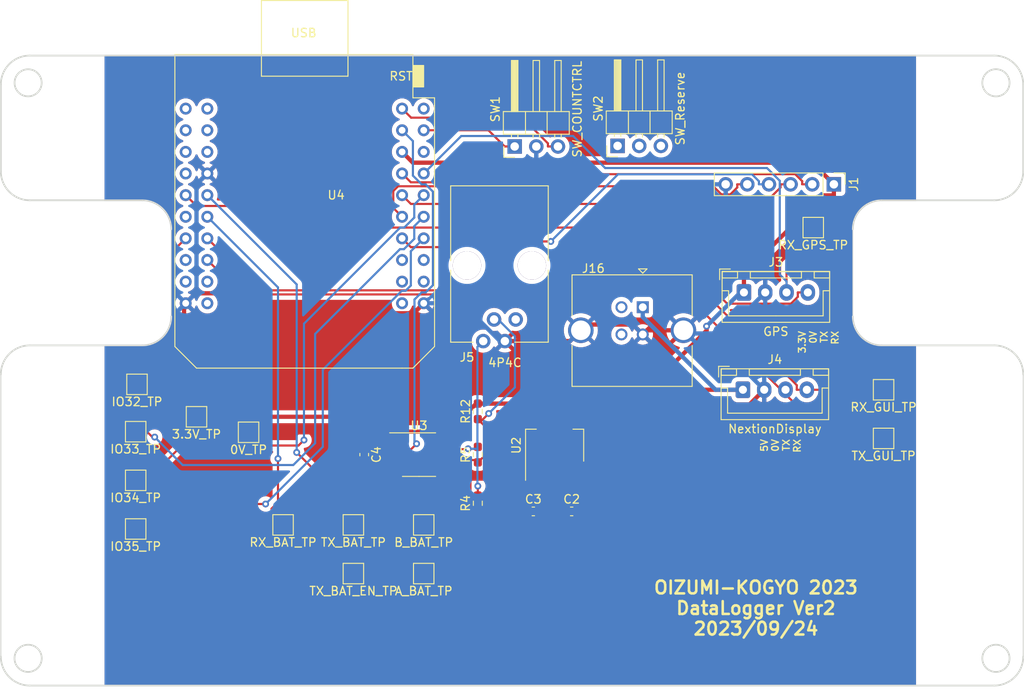
<source format=kicad_pcb>
(kicad_pcb (version 20221018) (generator pcbnew)
  (layers (0 "F.Cu" signal) (31 "B.Cu" signal) (34 "B.Paste" user) (35 "F.Paste" user) (36 "B.SilkS" user "B.Silkscreen") (37 "F.SilkS" user "F.Silkscreen") (38 "B.Mask" user) (39 "F.Mask" user) (44 "Edge.Cuts" user))
  (net 0 "")
  (net 1 "+5V")
  (net 2 "Net-(J21-Pin_1)")
  (net 3 "Net-(J8-Pin_1)")
  (net 4 "Net-(J9-Pin_1)")
  (net 5 "Net-(J10-Pin_1)")
  (net 6 "Net-(J11-Pin_1)")
  (net 8 "+3V3")
  (net 9 "SPI_MOSI")
  (net 10 "SPI_CLK")
  (net 11 "SPI_MISO")
  (net 13 "RX_GPS")
  (net 14 "TX_GUI")
  (net 25 "Net-(SW1-C)")
  (net 26 "RX_BAT")
  (net 27 "TX_BAT")
  (net 29 "Net-(SW1-A)")
  (net 34 "TX_GPS")
  (net 37 "RX_GUI")
  (net 38 "SPI_CS")
  (net 42 "TX_BAT_EN")
  (net 43 "GND")
  (net 44 "Net-(J22-Pin_1)")
  (footprint "Capacitor_SMD:C_0603_1608Metric_Pad1.08x0.95mm_HandSolder" (layer "F.Cu") (at 140.5 107)
    (fp_text reference "C3" (at 0 -1.43) (layer "F.SilkS"))
    (fp_text value "10u")
    (pad "1" smd roundrect (at -0.8625 0) (size 1.075 0.95) (layers "F.Cu" "F.Paste" "F.Mask") (net 8 "+3V3"))
    (pad "2" smd roundrect (at 0.8625 0) (size 1.075 0.95) (layers "F.Cu" "F.Paste" "F.Mask") (net 43 "GND"))
  )
  (footprint "TestPoint:TestPoint_Pad_2.0x2.0mm" (layer "F.Cu") (at 100.965 95.885)
    (fp_text reference "J2" hide)
    (fp_text value "3.3V_TP" (at 0 2.05) (layer "F.SilkS"))
    (pad "1" smd rect (at 0 0) (size 2 2) (layers "F.Cu" "F.Mask") (net 8 "+3V3"))
  )
  (footprint "Resistor_SMD:R_0603_1608Metric_Pad0.98x0.95mm_HandSolder" (layer "F.Cu") (at 133.985 106.045 90)
    (fp_text reference "R4" (at 0 -1.43 90) (layer "F.SilkS"))
    (fp_text value "10K")
    (pad "1" smd roundrect (at -0.9125 0 90) (size 0.975 0.95) (layers "F.Cu" "F.Paste" "F.Mask") (net 43 "GND"))
    (pad "2" smd roundrect (at 0.9125 0 90) (size 0.975 0.95) (layers "F.Cu" "F.Paste" "F.Mask") (net 2 "Net-(J21-Pin_1)"))
  )
  (footprint "TestPoint:TestPoint_Pad_2.0x2.0mm" (layer "F.Cu") (at 173.355 73.66)
    (fp_text reference "J17" hide)
    (fp_text value "RX_GPS_TP" (at 0 2.05) (layer "F.SilkS"))
    (pad "1" smd rect (at 0 0) (size 2 2) (layers "F.Cu" "F.Mask") (net 13 "RX_GPS"))
  )
  (footprint "Capacitor_SMD:C_0603_1608Metric_Pad1.08x0.95mm_HandSolder" (layer "F.Cu") (at 120.65 100.33 -90)
    (fp_text reference "C4" (at 0 -1.43 90) (layer "F.SilkS"))
    (fp_text value "1u")
    (pad "1" smd roundrect (at -0.8625 0 270) (size 1.075 0.95) (layers "F.Cu" "F.Paste" "F.Mask") (net 8 "+3V3"))
    (pad "2" smd roundrect (at 0.8625 0 270) (size 1.075 0.95) (layers "F.Cu" "F.Paste" "F.Mask") (net 43 "GND"))
  )
  (footprint "TestPoint:TestPoint_Pad_2.0x2.0mm" (layer "F.Cu") (at 127.635 108.585)
    (fp_text reference "J21" hide)
    (fp_text value "B_BAT_TP" (at 0 2.05) (layer "F.SilkS"))
    (pad "1" smd rect (at 0 0) (size 2 2) (layers "F.Cu" "F.Mask") (net 2 "Net-(J21-Pin_1)"))
  )
  (footprint "TestPoint:TestPoint_Pad_2.0x2.0mm" (layer "F.Cu") (at 119.38 108.585)
    (fp_text reference "J25" hide)
    (fp_text value "TX_BAT_TP" (at 0 2.05) (layer "F.SilkS"))
    (pad "1" smd rect (at 0 0) (size 2 2) (layers "F.Cu" "F.Mask") (net 27 "TX_BAT"))
  )
  (footprint "TestPoint:TestPoint_Pad_2.0x2.0mm" (layer "F.Cu") (at 93.825 103.35)
    (fp_text reference "J10" hide)
    (fp_text value "IO34_TP" (at 0 2.05) (layer "F.SilkS"))
    (pad "1" smd rect (at 0 0) (size 2 2) (layers "F.Cu" "F.Mask") (net 5 "Net-(J10-Pin_1)"))
  )
  (footprint "Connector_PinHeader_2.54mm:PinHeader_1x03_P2.54mm_Horizontal" (layer "F.Cu") (at 150.3904 64.065 90)
    (fp_text reference "SW2" (at 4.385 -2.27 90) (layer "F.SilkS"))
    (fp_text value "SW_Reserve" (at 4.385 7.35 90) (layer "F.SilkS"))
    (pad "1" thru_hole rect (at 0 0 90) (size 1.7 1.7) (drill 1) (layers "*.Cu" "*.Mask"))
    (pad "2" thru_hole oval (at 0 2.54 90) (size 1.7 1.7) (drill 1) (layers "*.Cu" "*.Mask"))
    (pad "3" thru_hole oval (at 0 5.08 90) (size 1.7 1.7) (drill 1) (layers "*.Cu" "*.Mask"))
  )
  (footprint "TestPoint:TestPoint_Pad_2.0x2.0mm" (layer "F.Cu") (at 93.98 92.075)
    (fp_text reference "J8" hide)
    (fp_text value "IO32_TP" (at 0 2.05) (layer "F.SilkS"))
    (pad "1" smd rect (at 0 0) (size 2 2) (layers "F.Cu" "F.Mask") (net 3 "Net-(J8-Pin_1)"))
  )
  (footprint "TestPoint:TestPoint_Pad_2.0x2.0mm" (layer "F.Cu") (at 93.825 109.065)
    (fp_text reference "J11" hide)
    (fp_text value "IO35_TP" (at 0 2.05) (layer "F.SilkS"))
    (pad "1" smd rect (at 0 0) (size 2 2) (layers "F.Cu" "F.Mask") (net 6 "Net-(J11-Pin_1)"))
  )
  (footprint "TestPoint:TestPoint_Pad_2.0x2.0mm" (layer "F.Cu") (at 127.635 114.3)
    (fp_text reference "J22" hide)
    (fp_text value "A_BAT_TP" (at 0 2.05) (layer "F.SilkS"))
    (pad "1" smd rect (at 0 0) (size 2 2) (layers "F.Cu" "F.Mask") (net 44 "Net-(J22-Pin_1)"))
  )
  (footprint "Connector_JST:JST_XH_B4B-XH-A_1x04_P2.50mm_Vertical" (layer "F.Cu") (at 165.22 81.28)
    (fp_text reference "J3" (at 3.75 -3.55) (layer "F.SilkS"))
    (fp_text value "GPS" (at 3.75 4.6) (layer "F.SilkS"))
    (pad "1" thru_hole roundrect (at 0 0) (size 1.7 1.95) (drill 0.95) (layers "*.Cu" "*.Mask") (roundrect_rratio 0.1470588235) (net 8 "+3V3"))
    (pad "2" thru_hole oval (at 2.5 0) (size 1.7 1.95) (drill 0.95) (layers "*.Cu" "*.Mask") (net 43 "GND"))
    (pad "3" thru_hole oval (at 5 0) (size 1.7 1.95) (drill 0.95) (layers "*.Cu" "*.Mask") (net 13 "RX_GPS"))
    (pad "4" thru_hole oval (at 7.5 0) (size 1.7 1.95) (drill 0.95) (layers "*.Cu" "*.Mask") (net 34 "TX_GPS"))
  )
  (footprint "Package_TO_SOT_SMD:SOT-223-3_TabPin2" (layer "F.Cu") (at 143 99.25 90)
    (fp_text reference "U2" (at 0 -4.5 90) (layer "F.SilkS"))
    (fp_text value "AMS1117-3.3")
    (pad "1" smd rect (at -3.15 -2.3 90) (size 2 1.5) (layers "F.Cu" "F.Paste" "F.Mask") (net 43 "GND"))
    (pad "2" smd rect (at -3.15 0 90) (size 2 1.5) (layers "F.Cu" "F.Paste" "F.Mask") (net 8 "+3V3"))
    (pad "2" smd rect (at 3.15 0 90) (size 2 3.8) (layers "F.Cu" "F.Paste" "F.Mask") (net 8 "+3V3"))
    (pad "3" smd rect (at -3.15 2.3 90) (size 2 1.5) (layers "F.Cu" "F.Paste" "F.Mask") (net 1 "+5V"))
  )
  (footprint "TestPoint:TestPoint_Pad_2.0x2.0mm" (layer "F.Cu") (at 111.125 108.585)
    (fp_text reference "J23" hide)
    (fp_text value "RX_BAT_TP" (at 0 2.05) (layer "F.SilkS"))
    (pad "1" smd rect (at 0 0) (size 2 2) (layers "F.Cu" "F.Mask") (net 26 "RX_BAT"))
  )
  (footprint "Connector_PinHeader_2.54mm:PinHeader_1x06_P2.54mm_Vertical" (layer "F.Cu") (at 175.7754 68.58 -90)
    (fp_text reference "J1" (at 0 -2.33 90) (layer "F.SilkS"))
    (fp_text value "MicroSD")
    (pad "1" thru_hole rect (at 0 0 270) (size 1.7 1.7) (drill 1) (layers "*.Cu" "*.Mask") (net 8 "+3V3"))
    (pad "2" thru_hole oval (at 0 2.54 270) (size 1.7 1.7) (drill 1) (layers "*.Cu" "*.Mask") (net 38 "SPI_CS"))
    (pad "3" thru_hole oval (at 0 5.08 270) (size 1.7 1.7) (drill 1) (layers "*.Cu" "*.Mask") (net 9 "SPI_MOSI"))
    (pad "4" thru_hole oval (at 0 7.62 270) (size 1.7 1.7) (drill 1) (layers "*.Cu" "*.Mask") (net 10 "SPI_CLK"))
    (pad "5" thru_hole oval (at 0 10.16 270) (size 1.7 1.7) (drill 1) (layers "*.Cu" "*.Mask") (net 11 "SPI_MISO"))
    (pad "6" thru_hole oval (at 0 12.7 270) (size 1.7 1.7) (drill 1) (layers "*.Cu" "*.Mask") (net 43 "GND"))
  )
  (footprint "TestPoint:TestPoint_Pad_2.0x2.0mm" (layer "F.Cu") (at 181.61 98.425)
    (fp_text reference "J19" hide)
    (fp_text value "TX_GUI_TP" (at 0 2.05) (layer "F.SilkS"))
    (pad "1" smd rect (at 0 0) (size 2 2) (layers "F.Cu" "F.Mask") (net 14 "TX_GUI"))
  )
  (footprint "Connector_PinHeader_2.54mm:PinHeader_1x03_P2.54mm_Horizontal" (layer "F.Cu") (at 138.3104 64.135 90)
    (fp_text reference "SW1" (at 4.385 -2.27 90) (layer "F.SilkS"))
    (fp_text value "SW_COUNTCTRL" (at 4.385 7.35 90) (layer "F.SilkS"))
    (pad "1" thru_hole rect (at 0 0 90) (size 1.7 1.7) (drill 1) (layers "*.Cu" "*.Mask") (net 29 "Net-(SW1-A)"))
    (pad "2" thru_hole oval (at 0 2.54 90) (size 1.7 1.7) (drill 1) (layers "*.Cu" "*.Mask") (net 43 "GND"))
    (pad "3" thru_hole oval (at 0 5.08 90) (size 1.7 1.7) (drill 1) (layers "*.Cu" "*.Mask") (net 25 "Net-(SW1-C)"))
  )
  (footprint "Connector_JST:JST_XH_B4B-XH-A_1x04_P2.50mm_Vertical" (layer "F.Cu") (at 165.1 92.71)
    (fp_text reference "J4" (at 3.75 -3.55) (layer "F.SilkS"))
    (fp_text value "NextionDisplay" (at 3.75 4.6) (layer "F.SilkS"))
    (pad "1" thru_hole roundrect (at 0 0) (size 1.7 1.95) (drill 0.95) (layers "*.Cu" "*.Mask") (roundrect_rratio 0.1470588235) (net 1 "+5V"))
    (pad "2" thru_hole oval (at 2.5 0) (size 1.7 1.95) (drill 0.95) (layers "*.Cu" "*.Mask") (net 43 "GND"))
    (pad "3" thru_hole oval (at 5 0) (size 1.7 1.95) (drill 0.95) (layers "*.Cu" "*.Mask") (net 14 "TX_GUI"))
    (pad "4" thru_hole oval (at 7.5 0) (size 1.7 1.95) (drill 0.95) (layers "*.Cu" "*.Mask") (net 37 "RX_GUI"))
  )
  (footprint "TestPoint:TestPoint_Pad_2.0x2.0mm" (layer "F.Cu") (at 93.825 97.635)
    (fp_text reference "J9" hide)
    (fp_text value "IO33_TP" (at 0 2.05) (layer "F.SilkS"))
    (pad "1" smd rect (at 0 0) (size 2 2) (layers "F.Cu" "F.Mask") (net 4 "Net-(J9-Pin_1)"))
  )
  (footprint "Resistor_SMD:R_0603_1608Metric_Pad0.98x0.95mm_HandSolder" (layer "F.Cu") (at 133.985 100.33 90)
    (fp_text reference "R5" (at 0 -1.43 90) (layer "F.SilkS"))
    (fp_text value "100")
    (pad "1" smd roundrect (at -0.9125 0 90) (size 0.975 0.95) (layers "F.Cu" "F.Paste" "F.Mask") (net 44 "Net-(J22-Pin_1)"))
    (pad "2" smd roundrect (at 0.9125 0 90) (size 0.975 0.95) (layers "F.Cu" "F.Paste" "F.Mask") (net 2 "Net-(J21-Pin_1)"))
  )
  (footprint "ESP32_mini:ESP32_mini" (layer "F.Cu") (at 113.665 71.12 180)
    (fp_text reference "U4" (at -3.6904 1.27) (layer "F.SilkS"))
    (fp_text value "mini_esp32")
    (fp_text user "RST" (at -11.3104 15.24) (layer "F.SilkS"))
    (fp_text user "USB" (at 0.1196 20.32) (layer "F.SilkS"))
    (pad "1" thru_hole circle (at -13.97 -11.43 90) (size 1.4 1.4) (drill 0.8) (layers "*.Cu" "*.Mask") (net 43 "GND"))
    (pad "2" thru_hole circle (at -11.43 -11.43 90) (size 1.4 1.4) (drill 0.8) (layers "*.Cu" "*.Mask"))
    (pad "3" thru_hole circle (at -13.97 -8.89 90) (size 1.4 1.4) (drill 0.8) (layers "*.Cu" "*.Mask"))
    (pad "4" thru_hole circle (at -11.43 -8.89 90) (size 1.4 1.4) (drill 0.8) (layers "*.Cu" "*.Mask"))
    (pad "5" thru_hole circle (at -13.97 -6.35 90) (size 1.4 1.4) (drill 0.8) (layers "*.Cu" "*.Mask"))
    (pad "6" thru_hole circle (at -11.43 -6.35 90) (size 1.4 1.4) (drill 0.8) (layers "*.Cu" "*.Mask"))
    (pad "7" thru_hole circle (at -13.97 -3.81 90) (size 1.4 1.4) (drill 0.8) (layers "*.Cu" "*.Mask") (net 6 "Net-(J11-Pin_1)"))
    (pad "8" thru_hole circle (at -11.43 -3.81 90) (size 1.4 1.4) (drill 0.8) (layers "*.Cu" "*.Mask") (net 10 "SPI_CLK"))
    (pad "9" thru_hole circle (at -13.97 -1.27 90) (size 1.4 1.4) (drill 0.8) (layers "*.Cu" "*.Mask") (net 4 "Net-(J9-Pin_1)"))
    (pad "10" thru_hole circle (at -11.43 -1.27 90) (size 1.4 1.4) (drill 0.8) (layers "*.Cu" "*.Mask") (net 11 "SPI_MISO"))
    (pad "11" thru_hole circle (at -13.97 1.27 90) (size 1.4 1.4) (drill 0.8) (layers "*.Cu" "*.Mask") (net 5 "Net-(J10-Pin_1)"))
    (pad "12" thru_hole circle (at -11.43 1.27 90) (size 1.4 1.4) (drill 0.8) (layers "*.Cu" "*.Mask") (net 9 "SPI_MOSI"))
    (pad "13" thru_hole circle (at -13.97 3.81 90) (size 1.4 1.4) (drill 0.8) (layers "*.Cu" "*.Mask") (net 13 "RX_GPS"))
    (pad "14" thru_hole circle (at -11.43 3.81 90) (size 1.4 1.4) (drill 0.8) (layers "*.Cu" "*.Mask") (net 38 "SPI_CS"))
    (pad "15" thru_hole circle (at -13.97 6.35 90) (size 1.4 1.4) (drill 0.8) (layers "*.Cu" "*.Mask"))
    (pad "16" thru_hole circle (at -11.43 6.35 90) (size 1.4 1.4) (drill 0.8) (layers "*.Cu" "*.Mask") (net 8 "+3V3"))
    (pad "17" thru_hole circle (at -13.97 8.89 90) (size 1.4 1.4) (drill 0.8) (layers "*.Cu" "*.Mask") (net 29 "Net-(SW1-A)"))
    (pad "18" thru_hole circle (at -11.43 8.89 90) (size 1.4 1.4) (drill 0.8) (layers "*.Cu" "*.Mask") (net 42 "TX_BAT_EN"))
    (pad "19" thru_hole circle (at -13.97 11.43 90) (size 1.4 1.4) (drill 0.8) (layers "*.Cu" "*.Mask"))
    (pad "20" thru_hole circle (at -11.43 11.43 90) (size 1.4 1.4) (drill 0.8) (layers "*.Cu" "*.Mask") (net 25 "Net-(SW1-C)"))
    (pad "21" thru_hole circle (at 11.43 -11.43 90) (size 1.4 1.4) (drill 0.8) (layers "*.Cu" "*.Mask"))
    (pad "22" thru_hole circle (at 13.97 -11.43 90) (size 1.4 1.4) (drill 0.8) (layers "*.Cu" "*.Mask") (net 43 "GND"))
    (pad "23" thru_hole circle (at 11.43 -8.89 90) (size 1.4 1.4) (drill 0.8) (layers "*.Cu" "*.Mask"))
    (pad "24" thru_hole circle (at 13.97 -8.89 90) (size 1.4 1.4) (drill 0.8) (layers "*.Cu" "*.Mask"))
    (pad "25" thru_hole circle (at 11.43 -6.35 90) (size 1.4 1.4) (drill 0.8) (layers "*.Cu" "*.Mask") (net 14 "TX_GUI"))
    (pad "26" thru_hole circle (at 13.97 -6.35 90) (size 1.4 1.4) (drill 0.8) (layers "*.Cu" "*.Mask"))
    (pad "27" thru_hole circle (at 11.43 -3.81 90) (size 1.4 1.4) (drill 0.8) (layers "*.Cu" "*.Mask") (net 37 "RX_GUI"))
    (pad "28" thru_hole circle (at 13.97 -3.81 90) (size 1.4 1.4) (drill 0.8) (layers "*.Cu" "*.Mask") (net 3 "Net-(J8-Pin_1)"))
    (pad "29" thru_hole circle (at 11.43 -1.27 90) (size 1.4 1.4) (drill 0.8) (layers "*.Cu" "*.Mask") (net 27 "TX_BAT"))
    (pad "30" thru_hole circle (at 13.97 -1.27 90) (size 1.4 1.4) (drill 0.8) (layers "*.Cu" "*.Mask"))
    (pad "31" thru_hole circle (at 11.43 1.27 90) (size 1.4 1.4) (drill 0.8) (layers "*.Cu" "*.Mask") (net 26 "RX_BAT"))
    (pad "32" thru_hole circle (at 13.97 1.27 90) (size 1.4 1.4) (drill 0.8) (layers "*.Cu" "*.Mask") (net 34 "TX_GPS"))
    (pad "33" thru_hole circle (at 11.43 3.81 90) (size 1.4 1.4) (drill 0.8) (layers "*.Cu" "*.Mask") (net 43 "GND"))
    (pad "34" thru_hole circle (at 13.97 3.81 90) (size 1.4 1.4) (drill 0.8) (layers "*.Cu" "*.Mask"))
    (pad "35" thru_hole circle (at 11.43 6.35 90) (size 1.4 1.4) (drill 0.8) (layers "*.Cu" "*.Mask"))
    (pad "36" thru_hole circle (at 13.97 6.35 90) (size 1.4 1.4) (drill 0.8) (layers "*.Cu" "*.Mask"))
    (pad "37" thru_hole circle (at 11.43 8.89 90) (size 1.4 1.4) (drill 0.8) (layers "*.Cu" "*.Mask"))
    (pad "38" thru_hole circle (at 13.97 8.89 90) (size 1.4 1.4) (drill 0.8) (layers "*.Cu" "*.Mask"))
    (pad "39" thru_hole circle (at 11.43 11.43 90) (size 1.4 1.4) (drill 0.8) (layers "*.Cu" "*.Mask"))
    (pad "40" thru_hole circle (at 13.97 11.43 90) (size 1.4 1.4) (drill 0.8) (layers "*.Cu" "*.Mask"))
  )
  (footprint "footprints:1-1705949-1" (layer "F.Cu") (at 134.62 89.535)
    (fp_text reference "J5" (at -1.905 -0.635) (layer "F.SilkS"))
    (fp_text value "4P4C" (at 2.54 0) (layer "F.SilkS"))
    (pad "1" thru_hole circle (at 3.81 -5.08) (size 1.7018 1.7018) (drill 0.9906) (layers "*.Cu" "*.Mask"))
    (pad "2" thru_hole circle (at 2.54 -2.54) (size 1.7018 1.7018) (drill 0.9906) (layers "*.Cu" "*.Mask") (net 43 "GND"))
    (pad "3" thru_hole circle (at 1.27 -5.08) (size 1.7018 1.7018) (drill 0.9906) (layers "*.Cu" "*.Mask") (net 44 "Net-(J22-Pin_1)"))
    (pad "4" thru_hole circle (at 0 -2.54) (size 1.7018 1.7018) (drill 0.9906) (layers "*.Cu" "*.Mask") (net 2 "Net-(J21-Pin_1)"))
    (pad "5" thru_hole circle (at -1.905 -11.43) (size 3.3274 3.3274) (drill 3.3274) (layers "*.Cu" "*.Mask"))
    (pad "6" thru_hole circle (at 5.715 -11.43) (size 3.3274 3.3274) (drill 3.3274) (layers "*.Cu" "*.Mask"))
  )
  (footprint "TestPoint:TestPoint_Pad_2.0x2.0mm" (layer "F.Cu") (at 181.61 92.71)
    (fp_text reference "J20" hide)
    (fp_text value "RX_GUI_TP" (at 0 2.05) (layer "F.SilkS"))
    (pad "1" smd rect (at 0 0) (size 2 2) (layers "F.Cu" "F.Mask") (net 37 "RX_GUI"))
  )
  (footprint "Resistor_SMD:R_0603_1608Metric_Pad0.98x0.95mm_HandSolder" (layer "F.Cu") (at 133.985 95.25 90)
    (fp_text reference "R12" (at 0 -1.43 90) (layer "F.SilkS"))
    (fp_text value "10K")
    (pad "1" smd roundrect (at -0.9125 0 90) (size 0.975 0.95) (layers "F.Cu" "F.Paste" "F.Mask") (net 44 "Net-(J22-Pin_1)"))
    (pad "2" smd roundrect (at 0.9125 0 90) (size 0.975 0.95) (layers "F.Cu" "F.Paste" "F.Mask") (net 8 "+3V3"))
  )
  (footprint "TestPoint:TestPoint_Pad_2.0x2.0mm" (layer "F.Cu") (at 119.38 114.3)
    (fp_text reference "J24" hide)
    (fp_text value "TX_BAT_EN_TP" (at 0 2.05) (layer "F.SilkS"))
    (pad "1" smd rect (at 0 0) (size 2 2) (layers "F.Cu" "F.Mask") (net 42 "TX_BAT_EN"))
  )
  (footprint "Capacitor_SMD:C_0603_1608Metric_Pad1.08x0.95mm_HandSolder" (layer "F.Cu") (at 145 107)
    (fp_text reference "C2" (at 0 -1.43) (layer "F.SilkS"))
    (fp_text value "10u")
    (pad "1" smd roundrect (at -0.8625 0) (size 1.075 0.95) (layers "F.Cu" "F.Paste" "F.Mask") (net 43 "GND"))
    (pad "2" smd roundrect (at 0.8625 0) (size 1.075 0.95) (layers "F.Cu" "F.Paste" "F.Mask") (net 1 "+5V"))
  )
  (footprint "Connector_USB:USB_B_TE_5787834_Vertical" (layer "F.Cu") (at 153.345 83.015)
    (fp_text reference "J16" (at -5.8 -4.55) (layer "F.SilkS"))
    (fp_text value "USB_B")
    (pad "1" thru_hole rect (at 0 0) (size 1.4 1.4) (drill 0.92) (layers "*.Cu" "*.Mask") (net 1 "+5V"))
    (pad "2" thru_hole circle (at -2.5 0) (size 1.4 1.4) (drill 0.92) (layers "*.Cu" "*.Mask"))
    (pad "3" thru_hole circle (at -2.5 3.2) (size 1.4 1.4) (drill 0.92) (layers "*.Cu" "*.Mask"))
    (pad "4" thru_hole circle (at 0 3.2) (size 1.4 1.4) (drill 0.92) (layers "*.Cu" "*.Mask") (net 43 "GND"))
    (pad "5" thru_hole circle (at -7.27 2.71) (size 3 3) (drill 2.3) (layers "*.Cu" "*.Mask") (net 43 "GND"))
    (pad "5" thru_hole circle (at 4.77 2.71) (size 3 3) (drill 2.3) (layers "*.Cu" "*.Mask") (net 43 "GND"))
  )
  (footprint "Package_SO:SOP-8_3.9x4.9mm_P1.27mm" (layer "F.Cu") (at 127.085 100.33)
    (fp_text reference "U3" (at 0 -3.4) (layer "F.SilkS"))
    (fp_text value "MAX3485")
    (pad "1" smd roundrect (at -2.625 -1.905) (size 1.65 0.6) (layers "F.Cu" "F.Paste" "F.Mask") (net 26 "RX_BAT"))
    (pad "2" smd roundrect (at -2.625 -0.635) (size 1.65 0.6) (layers "F.Cu" "F.Paste" "F.Mask") (net 42 "TX_BAT_EN"))
    (pad "3" smd roundrect (at -2.625 0.635) (size 1.65 0.6) (layers "F.Cu" "F.Paste" "F.Mask") (net 42 "TX_BAT_EN"))
    (pad "4" smd roundrect (at -2.625 1.905) (size 1.65 0.6) (layers "F.Cu" "F.Paste" "F.Mask") (net 27 "TX_BAT"))
    (pad "5" smd roundrect (at 2.625 1.905) (size 1.65 0.6) (layers "F.Cu" "F.Paste" "F.Mask") (net 43 "GND"))
    (pad "6" smd roundrect (at 2.625 0.635) (size 1.65 0.6) (layers "F.Cu" "F.Paste" "F.Mask") (net 44 "Net-(J22-Pin_1)"))
    (pad "7" smd roundrect (at 2.625 -0.635) (size 1.65 0.6) (layers "F.Cu" "F.Paste" "F.Mask") (net 2 "Net-(J21-Pin_1)"))
    (pad "8" smd roundrect (at 2.625 -1.905) (size 1.65 0.6) (layers "F.Cu" "F.Paste" "F.Mask") (net 8 "+3V3"))
  )
  (footprint "TestPoint:TestPoint_Pad_2.0x2.0mm" (layer "F.Cu") (at 107.075 97.705)
    (fp_text reference "J12" hide)
    (fp_text value "0V_TP" (at 0 2.05) (layer "F.SilkS"))
    (pad "1" smd rect (at 0 0) (size 2 2) (layers "F.Cu" "F.Mask") (net 43 "GND"))
  )
  (gr_arc (start 78 90.9) (mid 78.995837 88.495837) (end 81.4 87.5) (stroke (width 0.2)) (layer "Edge.Cuts"))
  (gr_arc (start 198 67.0568) (mid 197.004163 69.460963) (end 194.6 70.4568) (stroke (width 0.2)) (layer "Edge.Cuts"))
  (gr_line (start 78 56.8568) (end 78 67.056) (stroke (width 0.2)) (layer "Edge.Cuts"))
  (gr_line (start 94.6 70.456) (end 81.4 70.456) (stroke (width 0.2)) (layer "Edge.Cuts"))
  (gr_arc (start 178 73.8568) (mid 178.995837 71.452637) (end 181.4 70.4568) (stroke (width 0.2)) (layer "Edge.Cuts"))
  (gr_line (start 181.4 87.5) (end 194.6 87.5) (stroke (width 0.2)) (layer "Edge.Cuts"))
  (gr_circle (center 194.8 56.6568) (end 196.4 56.6568) (stroke (width 0.2)) (fill none) (layer "Edge.Cuts"))
  (gr_arc (start 78 56.8568) (mid 78.995837 54.452637) (end 81.4 53.4568) (stroke (width 0.2)) (layer "Edge.Cuts"))
  (gr_line (start 198 90.9) (end 198 124.0568) (stroke (width 0.1)) (layer "Edge.Cuts"))
  (gr_arc (start 181.4 87.5) (mid 178.995837 86.504163) (end 178 84.1) (stroke (width 0.2)) (layer "Edge.Cuts"))
  (gr_arc (start 98 84.1) (mid 97.004163 86.504163) (end 94.6 87.5) (stroke (width 0.2)) (layer "Edge.Cuts"))
  (gr_circle (center 194.8 124.2568) (end 196.4 124.2568) (stroke (width 0.2)) (fill none) (layer "Edge.Cuts"))
  (gr_arc (start 81.4 70.456) (mid 78.995837 69.460163) (end 78 67.056) (stroke (width 0.2)) (layer "Edge.Cuts"))
  (gr_line (start 81.4 87.5) (end 94.6 87.5) (stroke (width 0.2)) (layer "Edge.Cuts"))
  (gr_arc (start 194.6 87.5) (mid 197.004163 88.495837) (end 198 90.9) (stroke (width 0.2)) (layer "Edge.Cuts"))
  (gr_circle (center 81.2 124.2568) (end 82.8 124.2568) (stroke (width 0.2)) (fill none) (layer "Edge.Cuts"))
  (gr_circle (center 81.2 56.6568) (end 82.792812 56.6568) (stroke (width 0.2)) (fill none) (layer "Edge.Cuts"))
  (gr_line (start 98 73.856) (end 98 84.1) (stroke (width 0.1)) (layer "Edge.Cuts"))
  (gr_line (start 81.4 53.4568) (end 194.6 53.4568) (stroke (width 0.2)) (layer "Edge.Cuts"))
  (gr_arc (start 194.6 53.4568) (mid 197.004163 54.452637) (end 198 56.8568) (stroke (width 0.2)) (layer "Edge.Cuts"))
  (gr_arc (start 198 124.0568) (mid 197.004163 126.460963) (end 194.6 127.4568) (stroke (width 0.2)) (layer "Edge.Cuts"))
  (gr_line (start 194.6 127.4568) (end 81.4 127.4568) (stroke (width 0.2)) (layer "Edge.Cuts"))
  (gr_line (start 194.6 70.4568) (end 181.4 70.4568) (stroke (width 0.2)) (layer "Edge.Cuts"))
  (gr_line (start 178 73.8568) (end 178 84.1) (stroke (width 0.1)) (layer "Edge.Cuts"))
  (gr_line (start 78 90.9) (end 78 124.0568) (stroke (width 0.1)) (layer "Edge.Cuts"))
  (gr_arc (start 81.4 127.4568) (mid 78.995837 126.460963) (end 78 124.0568) (stroke (width 0.2)) (layer "Edge.Cuts"))
  (gr_arc (start 94.6 70.456) (mid 97.004163 71.451837) (end 98 73.856) (stroke (width 0.2)) (layer "Edge.Cuts"))
  (gr_line (start 198 56.8568) (end 198 67.0568) (stroke (width 0.2)) (layer "Edge.Cuts"))
  (gr_text "3.3V\n0V\nTX\nRX" (at 173.99 85.725 90) (layer "F.SilkS") (effects (font (size 0.8 0.8)) (justify right)))
  (gr_text "5V\n0V\nTX\nRX" (at 169.545 98.425 90) (layer "F.SilkS") (effects (font (size 0.8 0.8)) (justify right)))
  (gr_text "OIZUMI-KOGYO 2023\nDataLogger Ver2\n2023/09/24" (at 166.624 118.364) (layer "F.SilkS") (effects (font (size 1.5 1.5) (thickness 0.3))))
  (segment (start 145.8625 107) (end 145.8625 102.4) (width 0.5) (layer "F.Cu") (net 1))
  (segment (start 165.1 92.71) (end 156.1919 92.71) (width 0.5) (layer "F.Cu") (net 1))
  (segment (start 145.8625 102.4) (end 146.5019 102.4) (width 0.5) (layer "F.Cu") (net 1))
  (segment (start 156.1919 92.71) (end 146.5019 102.4) (width 0.5) (layer "F.Cu") (net 1))
  (segment (start 145.3 102.4) (end 145.8625 102.4) (width 0.5) (layer "F.Cu") (net 1))
  (segment (start 161.8881 92.71) (end 165.1 92.71) (width 0.5) (layer "B.Cu") (net 1))
  (segment (start 153.345 84.1669) (end 161.8881 92.71) (width 0.5) (layer "B.Cu") (net 1))
  (segment (start 153.345 83.015) (end 153.345 84.1669) (width 0.5) (layer "B.Cu") (net 1))
  (segment (start 132.8471 99.6443) (end 133.7582 99.6443) (width 0.25) (layer "F.Cu") (net 2))
  (segment (start 134.789 107.4565) (end 133.6605 108.585) (width 0.25) (layer "F.Cu") (net 2))
  (segment (start 129.71 99.695) (end 132.7964 99.695) (width 0.25) (layer "F.Cu") (net 2))
  (segment (start 133.985 104.022) (end 133.985 105.1325) (width 0.25) (layer "F.Cu") (net 2))
  (segment (start 133.7582 99.6443) (end 133.985 99.4175) (width 0.25) (layer "F.Cu") (net 2))
  (segment (start 134.789 105.9365) (end 134.789 107.4565) (width 0.25) (layer "F.Cu") (net 2))
  (segment (start 132.7964 99.695) (end 132.8471 99.6443) (width 0.25) (layer "F.Cu") (net 2))
  (segment (start 133.985 105.1325) (end 134.789 105.9365) (width 0.25) (layer "F.Cu") (net 2))
  (segment (start 133.6605 108.585) (end 127.635 108.585) (width 0.25) (layer "F.Cu") (net 2))
  (via (at 132.8471 99.6443) (size 0.8) (drill 0.4) (layers "F.Cu" "B.Cu") (net 2))
  (via (at 133.985 104.022) (size 0.8) (drill 0.4) (layers "F.Cu" "B.Cu") (net 2))
  (segment (start 133.9366 87.6784) (end 133.9366 99.6443) (width 0.25) (layer "B.Cu") (net 2))
  (segment (start 133.9366 99.6443) (end 133.9366 103.9736) (width 0.25) (layer "B.Cu") (net 2))
  (segment (start 133.9366 103.9736) (end 133.985 104.022) (width 0.25) (layer "B.Cu") (net 2))
  (segment (start 133.9366 99.6443) (end 132.8471 99.6443) (width 0.25) (layer "B.Cu") (net 2))
  (segment (start 134.62 86.995) (end 133.9366 87.6784) (width 0.25) (layer "B.Cu") (net 2))
  (segment (start 93.98 92.075) (end 93.98 90.7481) (width 0.25) (layer "F.Cu") (net 3))
  (segment (start 98.3432 76.2818) (end 98.3432 86.3849) (width 0.25) (layer "F.Cu") (net 3))
  (segment (start 99.695 74.93) (end 98.3432 76.2818) (width 0.25) (layer "F.Cu") (net 3))
  (segment (start 98.3432 86.3849) (end 93.98 90.7481) (width 0.25) (layer "F.Cu") (net 3))
  (segment (start 93.825 97.635) (end 95.1519 97.635) (width 0.25) (layer "F.Cu") (net 4))
  (segment (start 96.0563 98.2672) (end 95.7841 98.2672) (width 0.25) (layer "F.Cu") (net 4))
  (segment (start 95.7841 98.2672) (end 95.1519 97.635) (width 0.25) (layer "F.Cu") (net 4))
  (via (at 96.0563 98.2672) (size 0.8) (drill 0.4) (layers "F.Cu" "B.Cu") (net 4))
  (segment (start 99.3423 101.5532) (end 96.0563 98.2672) (width 0.25) (layer "B.Cu") (net 4))
  (segment (start 126.5244 73.5006) (end 126.5244 74.9854) (width 0.25) (layer "B.Cu") (net 4))
  (segment (start 125.3098 76.2) (end 124.8447 76.2) (width 0.25) (layer "B.Cu") (net 4))
  (segment (start 124.8447 76.2) (end 114.8876 86.1571) (width 0.25) (layer "B.Cu") (net 4))
  (segment (start 112.3212 101.5532) (end 99.3423 101.5532) (width 0.25) (layer "B.Cu") (net 4))
  (segment (start 114.8876 86.1571) (end 114.8876 98.9868) (width 0.25) (layer "B.Cu") (net 4))
  (segment (start 127.635 72.39) (end 126.5244 73.5006) (width 0.25) (layer "B.Cu") (net 4))
  (segment (start 126.5244 74.9854) (end 125.3098 76.2) (width 0.25) (layer "B.Cu") (net 4))
  (segment (start 114.8876 98.9868) (end 112.3212 101.5532) (width 0.25) (layer "B.Cu") (net 4))
  (segment (start 95.1519 103.35) (end 99.2405 99.2614) (width 0.25) (layer "F.Cu") (net 5))
  (segment (start 99.2405 99.2614) (end 112.9363 99.2614) (width 0.25) (layer "F.Cu") (net 5))
  (segment (start 93.825 103.35) (end 95.1519 103.35) (width 0.25) (layer "F.Cu") (net 5))
  (segment (start 112.9363 99.2614) (end 113.5799 98.6178) (width 0.25) (layer "F.Cu") (net 5))
  (via (at 113.5799 98.6178) (size 0.8) (drill 0.4) (layers "F.Cu" "B.Cu") (net 5))
  (segment (start 113.5799 84.9517) (end 113.5799 98.6178) (width 0.25) (layer "B.Cu") (net 5))
  (segment (start 126.5244 72.4884) (end 125.3528 73.66) (width 0.25) (layer "B.Cu") (net 5))
  (segment (start 124.8716 73.66) (end 113.5799 84.9517) (width 0.25) (layer "B.Cu") (net 5))
  (segment (start 126.5244 70.9606) (end 126.5244 72.4884) (width 0.25) (layer "B.Cu") (net 5))
  (segment (start 125.3528 73.66) (end 124.8716 73.66) (width 0.25) (layer "B.Cu") (net 5))
  (segment (start 127.635 69.85) (end 126.5244 70.9606) (width 0.25) (layer "B.Cu") (net 5))
  (segment (start 95.1519 109.065) (end 98.0875 106.1294) (width 0.25) (layer "F.Cu") (net 6))
  (segment (start 93.825 109.065) (end 95.1519 109.065) (width 0.25) (layer "F.Cu") (net 6))
  (segment (start 98.0875 106.1294) (end 109.0751 106.1294) (width 0.25) (layer "F.Cu") (net 6))
  (via (at 109.0751 106.1294) (size 0.8) (drill 0.4) (layers "F.Cu" "B.Cu") (net 6))
  (segment (start 125.4927 81.0964) (end 126.1219 80.4672) (width 0.25) (layer "B.Cu") (net 6))
  (segment (start 126.1219 76.4431) (end 127.635 74.93) (width 0.25) (layer "B.Cu") (net 6))
  (segment (start 125.048 81.0964) (end 125.4927 81.0964) (width 0.25) (layer "B.Cu") (net 6))
  (segment (start 115.7899 90.3545) (end 125.048 81.0964) (width 0.25) (layer "B.Cu") (net 6))
  (segment (start 115.7899 99.4146) (end 115.7899 90.3545) (width 0.25) (layer "B.Cu") (net 6))
  (segment (start 109.0751 106.1294) (end 115.7899 99.4146) (width 0.25) (layer "B.Cu") (net 6))
  (segment (start 126.1219 80.4672) (end 126.1219 76.4431) (width 0.25) (layer "B.Cu") (net 6))
  (segment (start 122.4804 97.6371) (end 120.65 99.4675) (width 0.5) (layer "F.Cu") (net 8))
  (segment (start 175.7754 68.58) (end 173.2354 66.04) (width 0.5) (layer "F.Cu") (net 8))
  (segment (start 120.65 99.4675) (end 117.0675 95.885) (width 0.5) (layer "F.Cu") (net 8))
  (segment (start 142.7856 103.8519) (end 139.6375 107) (width 0.5) (layer "F.Cu") (net 8))
  (segment (start 142.2751 96.1) (end 143 96.8249) (width 0.5) (layer "F.Cu") (net 8))
  (segment (start 165.22 81.28) (end 165.22 79.1354) (width 0.5) (layer "F.Cu") (net 8))
  (segment (start 133.985 94.3375) (end 138.8856 94.3375) (width 0.5) (layer "F.Cu") (net 8))
  (segment (start 173.2354 66.04) (end 126.3672 66.04) (width 0.5) (layer "F.Cu") (net 8))
  (segment (start 138.8856 94.3375) (end 140.6481 96.1) (width 0.5) (layer "F.Cu") (net 8))
  (segment (start 129.71 98.425) (end 128.9221 97.6371) (width 0.5) (layer "F.Cu") (net 8))
  (segment (start 174.4735 69.8819) (end 175.7754 69.8819) (width 0.5) (layer "F.Cu") (net 8))
  (segment (start 143 102.4) (end 143 103.8519) (width 0.5) (layer "F.Cu") (net 8))
  (segment (start 125.0972 64.77) (end 125.095 64.77) (width 0.5) (layer "F.Cu") (net 8))
  (segment (start 175.7754 68.58) (end 175.7754 69.8819) (width 0.5) (layer "F.Cu") (net 8))
  (segment (start 126.3672 66.04) (end 125.0972 64.77) (width 0.5) (layer "F.Cu") (net 8))
  (segment (start 143 96.1) (end 142.2751 96.1) (width 0.5) (layer "F.Cu") (net 8))
  (segment (start 133.7975 94.3375) (end 133.985 94.3375) (width 0.5) (layer "F.Cu") (net 8))
  (segment (start 117.0675 95.885) (end 100.965 95.885) (width 0.5) (layer "F.Cu") (net 8))
  (segment (start 165.22 79.1354) (end 174.4735 69.8819) (width 0.5) (layer "F.Cu") (net 8))
  (segment (start 142.2751 96.1) (end 140.6481 96.1) (width 0.5) (layer "F.Cu") (net 8))
  (segment (start 128.9221 97.6371) (end 122.4804 97.6371) (width 0.5) (layer "F.Cu") (net 8))
  (segment (start 160.8376 85.7629) (end 160.8376 85.2487) (width 0.5) (layer "F.Cu") (net 8))
  (segment (start 143 96.8249) (end 143 102.4) (width 0.5) (layer "F.Cu") (net 8))
  (segment (start 143 103.8519) (end 142.7856 103.8519) (width 0.5) (layer "F.Cu") (net 8))
  (segment (start 150.5005 96.1) (end 160.8376 85.7629) (width 0.5) (layer "F.Cu") (net 8))
  (segment (start 129.71 98.425) (end 133.7975 94.3375) (width 0.5) (layer "F.Cu") (net 8))
  (segment (start 143 96.1) (end 150.5005 96.1) (width 0.5) (layer "F.Cu") (net 8))
  (via (at 160.8376 85.2487) (size 0.8) (drill 0.4) (layers "F.Cu" "B.Cu") (net 8))
  (segment (start 164.8063 81.28) (end 165.22 81.28) (width 0.5) (layer "B.Cu") (net 8))
  (segment (start 160.8376 85.2487) (end 164.8063 81.28) (width 0.5) (layer "B.Cu") (net 8))
  (segment (start 169.5185 68.9458) (end 169.5185 68.58) (width 0.25) (layer "F.Cu") (net 9))
  (segment (start 167.5816 70.8827) (end 169.5185 68.9458) (width 0.25) (layer "F.Cu") (net 9))
  (segment (start 170.6954 68.58) (end 169.5185 68.58) (width 0.25) (layer "F.Cu") (net 9))
  (segment (start 125.095 69.85) (end 126.1277 70.8827) (width 0.25) (layer "F.Cu") (net 9))
  (segment (start 126.1277 70.8827) (end 167.5816 70.8827) (width 0.25) (layer "F.Cu") (net 9))
  (segment (start 131.6945 75.9569) (end 132.3591 75.2923) (width 0.25) (layer "F.Cu") (net 10))
  (segment (start 126.1219 75.9569) (end 131.6945 75.9569) (width 0.25) (layer "F.Cu") (net 10))
  (segment (start 132.3591 75.2923) (end 142.5472 75.2923) (width 0.25) (layer "F.Cu") (net 10))
  (segment (start 125.095 74.93) (end 126.1219 75.9569) (width 0.25) (layer "F.Cu") (net 10))
  (via (at 142.5472 75.2923) (size 0.8) (drill 0.4) (layers "F.Cu" "B.Cu") (net 10))
  (segment (start 150.4364 67.4031) (end 166.1674 67.4031) (width 0.25) (layer "B.Cu") (net 10))
  (segment (start 166.1674 67.4031) (end 166.9785 68.2142) (width 0.25) (layer "B.Cu") (net 10))
  (segment (start 166.9785 68.2142) (end 166.9785 68.58) (width 0.25) (layer "B.Cu") (net 10))
  (segment (start 168.1554 68.58) (end 166.9785 68.58) (width 0.25) (layer "B.Cu") (net 10))
  (segment (start 142.5472 75.2923) (end 150.4364 67.4031) (width 0.25) (layer "B.Cu") (net 10))
  (segment (start 161.622 68.8105) (end 162.5796 69.7681) (width 0.25) (layer "F.Cu") (net 11))
  (segment (start 125.095 72.39) (end 124.0622 71.3572) (width 0.25) (layer "F.Cu") (net 11))
  (segment (start 165.6154 68.58) (end 164.4385 68.58) (width 0.25) (layer "F.Cu") (net 11))
  (segment (start 124.624 68.8105) (end 161.622 68.8105) (width 0.25) (layer "F.Cu") (net 11))
  (segment (start 163.6162 69.7681) (end 164.4385 68.9458) (width 0.25) (layer "F.Cu") (net 11))
  (segment (start 124.0622 71.3572) (end 124.0622 69.3723) (width 0.25) (layer "F.Cu") (net 11))
  (segment (start 164.4385 68.9458) (end 164.4385 68.58) (width 0.25) (layer "F.Cu") (net 11))
  (segment (start 124.0622 69.3723) (end 124.624 68.8105) (width 0.25) (layer "F.Cu") (net 11))
  (segment (start 162.5796 69.7681) (end 163.6162 69.7681) (width 0.25) (layer "F.Cu") (net 11))
  (segment (start 170.22 81.28) (end 170.22 78.1219) (width 0.25) (layer "F.Cu") (net 13))
  (segment (start 170.22 78.1219) (end 173.355 74.9869) (width 0.25) (layer "F.Cu") (net 13))
  (segment (start 173.355 73.66) (end 173.355 74.9869) (width 0.25) (layer "F.Cu") (net 13))
  (segment (start 167.9315 66.67) (end 169.4254 68.1639) (width 0.25) (layer "B.Cu") (net 13))
  (segment (start 169.4254 68.1639) (end 169.4254 79.1835) (width 0.25) (layer "B.Cu") (net 13))
  (segment (start 127.635 67.31) (end 132.0385 62.9065) (width 0.25) (layer "B.Cu") (net 13))
  (segment (start 132.0385 62.9065) (end 145.1692 62.9065) (width 0.25) (layer "B.Cu") (net 13))
  (segment (start 169.4254 79.1835) (end 170.22 79.9781) (width 0.25) (layer "B.Cu") (net 13))
  (segment (start 145.1692 62.9065) (end 148.9327 66.67) (width 0.25) (layer "B.Cu") (net 13))
  (segment (start 148.9327 66.67) (end 167.9315 66.67) (width 0.25) (layer "B.Cu") (net 13))
  (segment (start 170.22 81.28) (end 170.22 79.9781) (width 0.25) (layer "B.Cu") (net 13))
  (segment (start 158.3729 81.5147) (end 169.5682 92.71) (width 0.25) (layer "F.Cu") (net 14))
  (segment (start 106.2797 81.5147) (end 158.3729 81.5147) (width 0.25) (layer "F.Cu") (net 14))
  (segment (start 102.235 77.47) (end 106.2797 81.5147) (width 0.25) (layer "F.Cu") (net 14))
  (segment (start 175.2832 98.425) (end 181.61 98.425) (width 0.25) (layer "F.Cu") (net 14))
  (segment (start 170.1 92.71) (end 169.5682 92.71) (width 0.25) (layer "F.Cu") (net 14))
  (segment (start 169.5682 92.71) (end 175.2832 98.425) (width 0.25) (layer "F.Cu") (net 14))
  (segment (start 125.095 59.69) (end 126.1562 60.7512) (width 0.25) (layer "F.Cu") (net 25))
  (segment (start 139.1955 60.7512) (end 142.2135 63.7692) (width 0.25) (layer "F.Cu") (net 25))
  (segment (start 126.1562 60.7512) (end 139.1955 60.7512) (width 0.25) (layer "F.Cu") (net 25))
  (segment (start 142.2135 63.7692) (end 142.2135 64.135) (width 0.25) (layer "F.Cu") (net 25))
  (segment (start 143.3904 64.135) (end 142.2135 64.135) (width 0.25) (layer "F.Cu") (net 25))
  (segment (start 124.46 98.425) (end 124.2142 98.425) (width 0.25) (layer "F.Cu") (net 26))
  (segment (start 114.9526 102.3006) (end 112.7255 100.0736) (width 0.25) (layer "F.Cu") (net 26))
  (segment (start 111.125 106.1282) (end 111.125 107.2581) (width 0.25) (layer "F.Cu") (net 26))
  (segment (start 114.9526 102.3006) (end 111.125 106.1282) (width 0.25) (layer "F.Cu") (net 26))
  (segment (start 122.2999 100.8811) (end 121.0822 102.0988) (width 0.25) (layer "F.Cu") (net 26))
  (segment (start 124.2142 98.425) (end 122.2999 100.3393) (width 0.25) (layer "F.Cu") (net 26))
  (segment (start 121.0822 102.0988) (end 115.1544 102.0988) (width 0.25) (layer "F.Cu") (net 26))
  (segment (start 115.1544 102.0988) (end 114.9526 102.3006) (width 0.25) (layer "F.Cu") (net 26))
  (segment (start 122.2999 100.3393) (end 122.2999 100.8811) (width 0.25) (layer "F.Cu") (net 26))
  (segment (start 111.125 108.585) (end 111.125 107.2581) (width 0.25) (layer "F.Cu") (net 26))
  (via (at 112.7255 100.0736) (size 0.8) (drill 0.4) (layers "F.Cu" "B.Cu") (net 26))
  (segment (start 112.7255 80.3405) (end 112.7255 100.0736) (width 0.25) (layer "B.Cu") (net 26))
  (segment (start 102.235 69.85) (end 112.7255 80.3405) (width 0.25) (layer "B.Cu") (net 26))
  (segment (start 119.38 108.0349) (end 117.503 109.9119) (width 0.25) (layer "F.Cu") (net 27))
  (segment (start 119.38 108.585) (end 119.38 108.0349) (width 0.25) (layer "F.Cu") (net 27))
  (segment (start 119.38 108.0349) (end 119.38 107.2581) (width 0.25) (layer "F.Cu") (net 27))
  (segment (start 117.503 109.9119) (end 109.9836 109.9119) (width 0.25) (layer "F.Cu") (net 27))
  (segment (start 109.9836 109.9119) (end 109.7699 109.6982) (width 0.25) (layer "F.Cu") (net 27))
  (segment (start 109.7699 109.6982) (end 109.7699 106.6808) (width 0.25) (layer "F.Cu") (net 27))
  (segment (start 124.4031 102.235) (end 124.46 102.235) (width 0.25) (layer "F.Cu") (net 27))
  (segment (start 119.38 107.2581) (end 124.4031 102.235) (width 0.25) (layer "F.Cu") (net 27))
  (segment (start 110.5284 105.9223) (end 110.5284 100.7989) (width 0.25) (layer "F.Cu") (net 27))
  (segment (start 109.7699 106.6808) (end 110.5284 105.9223) (width 0.25) (layer "F.Cu") (net 27))
  (via (at 110.5284 100.7989) (size 0.8) (drill 0.4) (layers "F.Cu" "B.Cu") (net 27))
  (segment (start 110.5284 80.6834) (end 110.5284 100.7989) (width 0.25) (layer "B.Cu") (net 27))
  (segment (start 102.235 72.39) (end 110.5284 80.6834) (width 0.25) (layer "B.Cu") (net 27))
  (segment (start 127.635 62.23) (end 135.2285 62.23) (width 0.25) (layer "F.Cu") (net 29))
  (segment (start 138.3104 64.135) (end 137.1335 64.135) (width 0.25) (layer "F.Cu") (net 29))
  (segment (start 135.2285 62.23) (end 137.1335 64.135) (width 0.25) (layer "F.Cu") (net 29))
  (segment (start 172.72 81.28) (end 171.5431 81.28) (width 0.25) (layer "F.Cu") (net 34))
  (segment (start 115.4925 73.66) (end 154.3164 73.66) (width 0.25) (layer "F.Cu") (net 34))
  (segment (start 171.5431 81.7949) (end 171.5431 81.28) (width 0.25) (layer "F.Cu") (net 34))
  (segment (start 170.7407 82.5973) (end 171.5431 81.7949) (width 0.25) (layer "F.Cu") (net 34))
  (segment (start 99.695 69.85) (end 100.965 71.12) (width 0.25) (layer "F.Cu") (net 34))
  (segment (start 163.2537 82.5973) (end 170.7407 82.5973) (width 0.25) (layer "F.Cu") (net 34))
  (segment (start 100.965 71.12) (end 112.9525 71.12) (width 0.25) (layer "F.Cu") (net 34))
  (segment (start 112.9525 71.12) (end 115.4925 73.66) (width 0.25) (layer "F.Cu") (net 34))
  (segment (start 154.3164 73.66) (end 163.2537 82.5973) (width 0.25) (layer "F.Cu") (net 34))
  (segment (start 172.6 92.71) (end 171.4231 92.71) (width 0.25) (layer "F.Cu") (net 37))
  (segment (start 160.2861 81.0369) (end 171.4231 92.1739) (width 0.25) (layer "F.Cu") (net 37))
  (segment (start 171.4231 92.1739) (end 171.4231 92.71) (width 0.25) (layer "F.Cu") (net 37))
  (segment (start 172.6 92.71) (end 181.61 92.71) (width 0.25) (layer "F.Cu") (net 37))
  (segment (start 102.235 74.93) (end 108.3419 81.0369) (width 0.25) (layer "F.Cu") (net 37))
  (segment (start 108.3419 81.0369) (end 160.2861 81.0369) (width 0.25) (layer "F.Cu") (net 37))
  (segment (start 172.0585 68.2122) (end 171.237 67.3907) (width 0.25) (layer "F.Cu") (net 38))
  (segment (start 126.1297 68.3447) (end 125.095 67.31) (width 0.25) (layer "F.Cu") (net 38))
  (segment (start 173.2354 68.58) (end 172.0585 68.58) (width 0.25) (layer "F.Cu") (net 38))
  (segment (start 172.0585 68.58) (end 172.0585 68.2122) (width 0.25) (layer "F.Cu") (net 38))
  (segment (start 171.237 67.3907) (end 143.8567 67.3907) (width 0.25) (layer "F.Cu") (net 38))
  (segment (start 142.9027 68.3447) (end 126.1297 68.3447) (width 0.25) (layer "F.Cu") (net 38))
  (segment (start 143.8567 67.3907) (end 142.9027 68.3447) (width 0.25) (layer "F.Cu") (net 38))
  (segment (start 125.6463 101.9132) (end 125.6463 106.7068) (width 0.25) (layer "F.Cu") (net 42))
  (segment (start 124.46 99.695) (end 126.1551 99.695) (width 0.25) (layer "F.Cu") (net 42))
  (segment (start 125.6463 106.7068) (end 119.38 112.9731) (width 0.25) (layer "F.Cu") (net 42))
  (segment (start 124.46 100.965) (end 124.6981 100.965) (width 0.25) (layer "F.Cu") (net 42))
  (segment (start 124.6981 100.965) (end 125.6463 101.9132) (width 0.25) (layer "F.Cu") (net 42))
  (segment (start 126.1551 99.695) (end 126.7966 99.0535) (width 0.25) (layer "F.Cu") (net 42))
  (segment (start 124.46 99.695) (end 124.46 100.965) (width 0.25) (layer "F.Cu") (net 42))
  (segment (start 119.38 114.3) (end 119.38 112.9731) (width 0.25) (layer "F.Cu") (net 42))
  (via (at 126.7966 99.0535) (size 0.8) (drill 0.4) (layers "F.Cu" "B.Cu") (net 42))
  (segment (start 126.365 67.5568) (end 126.365 63.5) (width 0.25) (layer "B.Cu") (net 42))
  (segment (start 126.5484 98.8053) (end 126.5484 82.1158) (width 0.25) (layer "B.Cu") (net 42))
  (segment (start 127.3882 68.58) (end 126.365 67.5568) (width 0.25) (layer "B.Cu") (net 42))
  (segment (start 127.3842 81.28) (end 127.8628 81.28) (width 0.25) (layer "B.Cu") (net 42))
  (segment (start 126.5484 82.1158) (end 127.3842 81.28) (width 0.25) (layer "B.Cu") (net 42))
  (segment (start 126.365 63.5) (end 125.095 62.23) (width 0.25) (layer "B.Cu") (net 42))
  (segment (start 128.7144 69.439) (end 127.8554 68.58) (width 0.25) (layer "B.Cu") (net 42))
  (segment (start 126.7966 99.0535) (end 126.5484 98.8053) (width 0.25) (layer "B.Cu") (net 42))
  (segment (start 128.7144 80.4284) (end 128.7144 69.439) (width 0.25) (layer "B.Cu") (net 42))
  (segment (start 127.8554 68.58) (end 127.3882 68.58) (width 0.25) (layer "B.Cu") (net 42))
  (segment (start 127.8628 81.28) (end 128.7144 80.4284) (width 0.25) (layer "B.Cu") (net 42))
  (segment (start 132.9962 105.9687) (end 133.985 106.9575) (width 0.5) (layer "F.Cu") (net 43))
  (segment (start 138.9838 107.9278) (end 138.5588 107.5028) (width 0.5) (layer "F.Cu") (net 43))
  (segment (start 145.0763 107.9388) (end 144.1375 107) (width 0.5) (layer "F.Cu") (net 43))
  (segment (start 167.6 92.71) (end 152.3712 107.9388) (width 0.5) (layer "F.Cu") (net 43))
  (segment (start 146.7513 85.0487) (end 146.075 85.725) (width 0.5) (layer "F.Cu") (net 43))
  (segment (start 100.8636 81.3814) (end 99.695 82.55) (width 0.5) (layer "F.Cu") (net 43))
  (segment (start 117.1625 97.705) (end 108.5269 97.705) (width 0.5) (layer "F.Cu") (net 43))
  (segment (start 99.5053 82.7397) (end 99.5053 97.0793) (width 0.5) (layer "F.Cu") (net 43))
  (segment (start 138.7577 103.1404) (end 139.4981 102.4) (width 0.5) (layer "F.Cu") (net 43))
  (segment (start 144.1375 107) (end 141.3625 107) (width 0.5) (layer "F.Cu") (net 43))
  (segment (start 107.075 83.7224) (end 104.734 81.3814) (width 0.5) (layer "F.Cu") (net 43))
  (segment (start 100.131 97.705) (end 107.075 97.705) (width 0.5) (layer "F.Cu") (net 43))
  (segment (start 153.835 85.725) (end 153.345 86.215) (width 0.5) (layer "F.Cu") (net 43))
  (segment (start 132.9962 103.1404) (end 138.5588 103.1404) (width 0.5) (layer "F.Cu") (net 43))
  (segment (start 130.6154 103.1404) (end 132.9962 103.1404) (width 0.5) (layer "F.Cu") (net 43))
  (segment (start 152.3712 107.9388) (end 145.0763 107.9388) (width 0.5) (layer "F.Cu") (net 43))
  (segment (start 104.734 81.3814) (end 100.8636 81.3814) (width 0.5) (layer "F.Cu") (net 43))
  (segment (start 144.805 86.995) (end 137.16 86.995) (width 0.5) (layer "F.Cu") (net 43))
  (segment (start 141.3625 107) (end 140.4347 107.9278) (width 0.5) (layer "F.Cu") (net 43))
  (segment (start 129.71 102.235) (end 130.6154 103.1404) (width 0.5) (layer "F.Cu") (net 43))
  (segment (start 140.7 102.4) (end 139.4981 102.4) (width 0.5) (layer "F.Cu") (net 43))
  (segment (start 146.075 85.725) (end 144.805 86.995) (width 0.5) (layer "F.Cu") (net 43))
  (segment (start 120.65 101.1925) (end 117.1625 97.705) (width 0.5) (layer "F.Cu") (net 43))
  (segment (start 127.635 82.55) (end 126.4626 83.7224) (width 0.5) (layer "F.Cu") (net 43))
  (segment (start 107.075 97.705) (end 108.5269 97.705) (width 0.5) (layer "F.Cu") (net 43))
  (segment (start 132.9962 103.1404) (end 132.9962 105.9687) (width 0.5) (layer "F.Cu") (net 43))
  (segment (start 153.345 86.215) (end 152.1787 85.0487) (width 0.5) (layer "F.Cu") (net 43))
  (segment (start 99.695 82.55) (end 99.5053 82.7397) (width 0.5) (layer "F.Cu") (net 43))
  (segment (start 140.4347 107.9278) (end 138.9838 107.9278) (width 0.5) (layer "F.Cu") (net 43))
  (segment (start 126.4626 83.7224) (end 107.075 83.7224) (width 0.5) (layer "F.Cu") (net 43))
  (segment (start 138.5588 107.5028) (end 138.5588 103.1404) (width 0.5) (layer "F.Cu") (net 43))
  (segment (start 158.115 85.725) (end 153.835 85.725) (width 0.5) (layer "F.Cu") (net 43))
  (segment (start 152.1787 85.0487) (end 146.7513 85.0487) (width 0.5) (layer "F.Cu") (net 43))
  (segment (start 138.5588 103.1404) (end 138.7577 103.1404) (width 0.5) (layer "F.Cu") (net 43))
  (segment (start 99.5053 97.0793) (end 100.131 97.705) (width 0.5) (layer "F.Cu") (net 43))
  (segment (start 158.115 85.725) (end 158.4906 86.1006) (width 0.5) (layer "B.Cu") (net 43))
  (segment (start 132.1426 82.55) (end 140.8504 73.8422) (width 0.5) (layer "B.Cu") (net 43))
  (segment (start 158.4906 86.1006) (end 163.275 86.1006) (width 0.5) (layer "B.Cu") (net 43))
  (segment (start 132.1426 82.55) (end 127.635 82.55) (width 0.5) (layer "B.Cu") (net 43))
  (segment (start 163.0754 68.58) (end 163.0754 69.8819) (width 0.5) (layer "B.Cu") (net 43))
  (segment (start 163.0754 69.8819) (end 167.72 74.5265) (width 0.5) (layer "B.Cu") (net 43))
  (segment (start 163.275 88.385) (end 163.275 86.1006) (width 0.5) (layer "B.Cu") (net 43))
  (segment (start 100.965 81.28) (end 100.965 68.58) (width 0.5) (layer "B.Cu") (net 43))
  (segment (start 100.965 68.58) (end 102.235 67.31) (width 0.5) (layer "B.Cu") (net 43))
  (segment (start 99.695 82.55) (end 100.965 81.28) (width 0.5) (layer "B.Cu") (net 43))
  (segment (start 163.275 85.725) (end 167.72 81.28) (width 0.5) (layer "B.Cu") (net 43))
  (segment (start 140.8504 73.8422) (end 140.8504 65.4369) (width 0.5) (layer "B.Cu") (net 43))
  (segment (start 163.275 86.1006) (end 163.275 85.725) (width 0.5) (layer "B.Cu") (net 43))
  (segment (start 136.5876 86.995) (end 132.1426 82.55) (width 0.5) (layer "B.Cu") (net 43))
  (segment (start 167.6 92.71) (end 163.275 88.385) (width 0.5) (layer "B.Cu") (net 43))
  (segment (start 137.16 86.995) (end 136.5876 86.995) (width 0.5) (layer "B.Cu") (net 43))
  (segment (start 140.8504 64.135) (end 140.8504 65.4369) (width 0.5) (layer "B.Cu") (net 43))
  (segment (start 167.72 74.5265) (end 167.72 81.28) (width 0.5) (layer "B.Cu") (net 43))
  (segment (start 135.2617 95.5004) (end 134.2923 96.4698) (width 0.25) (layer "F.Cu") (net 44))
  (segment (start 133.7075 100.965) (end 129.71 100.965) (width 0.25) (layer "F.Cu") (net 44))
  (segment (start 133.985 101.2425) (end 133.7075 100.965) (width 0.25) (layer "F.Cu") (net 44))
  (segment (start 129.71 100.965) (end 129.4341 100.965) (width 0.25) (layer "F.Cu") (net 44))
  (segment (start 127.635 114.3) (end 127.635 112.9731) (width 0.25) (layer "F.Cu") (net 44))
  (segment (start 126.3081 104.091) (end 126.3081 111.6462) (width 0.25) (layer "F.Cu") (net 44))
  (segment (start 133.985 96.1625) (end 134.2923 96.4698) (width 0.25) (layer "F.Cu") (net 44))
  (segment (start 126.3081 111.6462) (end 127.635 112.9731) (width 0.25) (layer "F.Cu") (net 44))
  (segment (start 134.8071 100.4204) (end 133.985 101.2425) (width 0.25) (layer "F.Cu") (net 44))
  (segment (start 134.2923 96.4698) (end 134.8071 96.9846) (width 0.25) (layer "F.Cu") (net 44))
  (segment (start 134.8071 96.9846) (end 134.8071 100.4204) (width 0.25) (layer "F.Cu") (net 44))
  (segment (start 129.4341 100.965) (end 126.3081 104.091) (width 0.25) (layer "F.Cu") (net 44))
  (via (at 135.2617 95.5004) (size 0.8) (drill 0.4) (layers "F.Cu" "B.Cu") (net 44))
  (segment (start 138.3378 86.4288) (end 138.3378 92.4243) (width 0.25) (layer "B.Cu") (net 44))
  (segment (start 136.364 84.455) (end 138.3378 86.4288) (width 0.25) (layer "B.Cu") (net 44))
  (segment (start 138.3378 92.4243) (end 135.2617 95.5004) (width 0.25) (layer "B.Cu") (net 44))
  (segment (start 135.89 84.455) (end 136.364 84.455) (width 0.25) (layer "B.Cu") (net 44))
  (zone (net 43) (net_name "GND") (layers "F&B.Cu") (connect_pads (clearance 0.508)) (min_thickness 0.25) (fill yes (thermal_gap 0.5) (thermal_bridge_width 0.5))
    (polygon (pts (xy 90.17 52.07) (xy 90.17 128.905) (xy 185.42 128.905) (xy 185.42 50.8)))
  )
)
</source>
